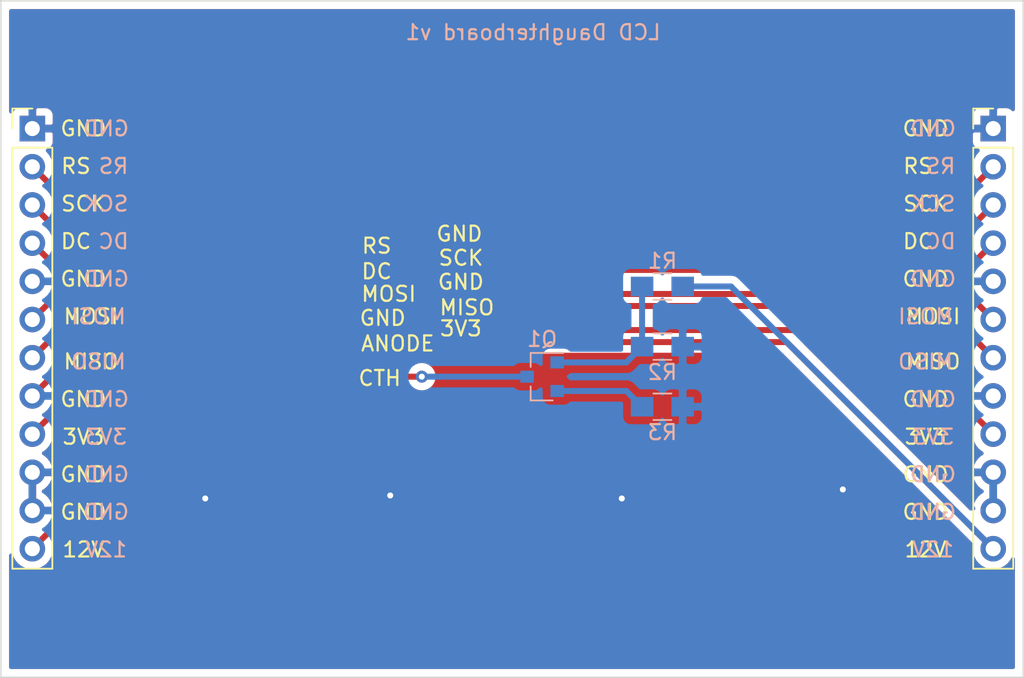
<source format=kicad_pcb>
(kicad_pcb (version 20171130) (host pcbnew "(5.1.0)-1")

  (general
    (thickness 1.6)
    (drawings 64)
    (tracks 48)
    (zones 0)
    (modules 7)
    (nets 16)
  )

  (page A4)
  (layers
    (0 F.Cu signal)
    (31 B.Cu signal hide)
    (32 B.Adhes user)
    (33 F.Adhes user)
    (34 B.Paste user)
    (35 F.Paste user)
    (36 B.SilkS user)
    (37 F.SilkS user)
    (38 B.Mask user)
    (39 F.Mask user)
    (40 Dwgs.User user)
    (41 Cmts.User user)
    (42 Eco1.User user)
    (43 Eco2.User user)
    (44 Edge.Cuts user)
    (45 Margin user)
    (46 B.CrtYd user)
    (47 F.CrtYd user)
    (48 B.Fab user)
    (49 F.Fab user)
  )

  (setup
    (last_trace_width 0.4)
    (trace_clearance 0.2)
    (zone_clearance 0.508)
    (zone_45_only no)
    (trace_min 0.2)
    (via_size 0.8)
    (via_drill 0.4)
    (via_min_size 0.4)
    (via_min_drill 0.3)
    (uvia_size 0.3)
    (uvia_drill 0.1)
    (uvias_allowed no)
    (uvia_min_size 0.2)
    (uvia_min_drill 0.1)
    (edge_width 0.1)
    (segment_width 0.2)
    (pcb_text_width 0.3)
    (pcb_text_size 1.5 1.5)
    (mod_edge_width 0.15)
    (mod_text_size 1 1)
    (mod_text_width 0.15)
    (pad_size 1.524 1.524)
    (pad_drill 0.762)
    (pad_to_mask_clearance 0)
    (aux_axis_origin 0 0)
    (visible_elements 7FFFFF7F)
    (pcbplotparams
      (layerselection 0x010fc_ffffffff)
      (usegerberextensions false)
      (usegerberattributes false)
      (usegerberadvancedattributes false)
      (creategerberjobfile false)
      (excludeedgelayer true)
      (linewidth 0.100000)
      (plotframeref false)
      (viasonmask false)
      (mode 1)
      (useauxorigin false)
      (hpglpennumber 1)
      (hpglpenspeed 20)
      (hpglpendiameter 15.000000)
      (psnegative false)
      (psa4output false)
      (plotreference true)
      (plotvalue true)
      (plotinvisibletext false)
      (padsonsilk false)
      (subtractmaskfromsilk false)
      (outputformat 1)
      (mirror false)
      (drillshape 0)
      (scaleselection 1)
      (outputdirectory "Daughterboard_Gerbers/"))
  )

  (net 0 "")
  (net 1 VCC)
  (net 2 GND)
  (net 3 LCD_MISO)
  (net 4 LCD_MOSI)
  (net 5 LCD_DC)
  (net 6 LCD_SCK)
  (net 7 LCD_RESET)
  (net 8 "Net-(Q1-Pad1)")
  (net 9 "Net-(Q1-Pad2)")
  (net 10 +3V3)
  (net 11 LCD_CATHODE)
  (net 12 "Net-(U1-Pad15)")
  (net 13 "Net-(U1-Pad16)")
  (net 14 "Net-(U1-Pad17)")
  (net 15 "Net-(U1-Pad18)")

  (net_class Default "This is the default net class."
    (clearance 0.2)
    (trace_width 0.4)
    (via_dia 0.8)
    (via_drill 0.4)
    (uvia_dia 0.3)
    (uvia_drill 0.1)
    (add_net +3V3)
    (add_net GND)
    (add_net LCD_CATHODE)
    (add_net LCD_DC)
    (add_net LCD_MISO)
    (add_net LCD_MOSI)
    (add_net LCD_RESET)
    (add_net LCD_SCK)
    (add_net "Net-(Q1-Pad1)")
    (add_net "Net-(Q1-Pad2)")
    (add_net "Net-(U1-Pad15)")
    (add_net "Net-(U1-Pad16)")
    (add_net "Net-(U1-Pad17)")
    (add_net "Net-(U1-Pad18)")
    (add_net VCC)
  )

  (module Pin_Headers:Pin_Header_Straight_1x12_Pitch2.54mm (layer F.Cu) (tedit 59650532) (tstamp 5D582457)
    (at 102.1 108.5)
    (descr "Through hole straight pin header, 1x12, 2.54mm pitch, single row")
    (tags "Through hole pin header THT 1x12 2.54mm single row")
    (path /5D619D80)
    (fp_text reference J1 (at 0 -2.33) (layer F.SilkS) hide
      (effects (font (size 1 1) (thickness 0.15)))
    )
    (fp_text value Conn_01x12 (at 0 30.27) (layer F.Fab) hide
      (effects (font (size 1 1) (thickness 0.15)))
    )
    (fp_text user %R (at 0 13.97 90) (layer F.Fab)
      (effects (font (size 1 1) (thickness 0.15)))
    )
    (fp_line (start 1.8 -1.8) (end -1.8 -1.8) (layer F.CrtYd) (width 0.05))
    (fp_line (start 1.8 29.75) (end 1.8 -1.8) (layer F.CrtYd) (width 0.05))
    (fp_line (start -1.8 29.75) (end 1.8 29.75) (layer F.CrtYd) (width 0.05))
    (fp_line (start -1.8 -1.8) (end -1.8 29.75) (layer F.CrtYd) (width 0.05))
    (fp_line (start -1.33 -1.33) (end 0 -1.33) (layer F.SilkS) (width 0.12))
    (fp_line (start -1.33 0) (end -1.33 -1.33) (layer F.SilkS) (width 0.12))
    (fp_line (start -1.33 1.27) (end 1.33 1.27) (layer F.SilkS) (width 0.12))
    (fp_line (start 1.33 1.27) (end 1.33 29.27) (layer F.SilkS) (width 0.12))
    (fp_line (start -1.33 1.27) (end -1.33 29.27) (layer F.SilkS) (width 0.12))
    (fp_line (start -1.33 29.27) (end 1.33 29.27) (layer F.SilkS) (width 0.12))
    (fp_line (start -1.27 -0.635) (end -0.635 -1.27) (layer F.Fab) (width 0.1))
    (fp_line (start -1.27 29.21) (end -1.27 -0.635) (layer F.Fab) (width 0.1))
    (fp_line (start 1.27 29.21) (end -1.27 29.21) (layer F.Fab) (width 0.1))
    (fp_line (start 1.27 -1.27) (end 1.27 29.21) (layer F.Fab) (width 0.1))
    (fp_line (start -0.635 -1.27) (end 1.27 -1.27) (layer F.Fab) (width 0.1))
    (pad 12 thru_hole oval (at 0 27.94) (size 1.7 1.7) (drill 1) (layers *.Cu *.Mask)
      (net 1 VCC))
    (pad 11 thru_hole oval (at 0 25.4) (size 1.7 1.7) (drill 1) (layers *.Cu *.Mask)
      (net 2 GND))
    (pad 10 thru_hole oval (at 0 22.86) (size 1.7 1.7) (drill 1) (layers *.Cu *.Mask)
      (net 2 GND))
    (pad 9 thru_hole oval (at 0 20.32) (size 1.7 1.7) (drill 1) (layers *.Cu *.Mask)
      (net 10 +3V3))
    (pad 8 thru_hole oval (at 0 17.78) (size 1.7 1.7) (drill 1) (layers *.Cu *.Mask)
      (net 2 GND))
    (pad 7 thru_hole oval (at 0 15.24) (size 1.7 1.7) (drill 1) (layers *.Cu *.Mask)
      (net 3 LCD_MISO))
    (pad 6 thru_hole oval (at 0 12.7) (size 1.7 1.7) (drill 1) (layers *.Cu *.Mask)
      (net 4 LCD_MOSI))
    (pad 5 thru_hole oval (at 0 10.16) (size 1.7 1.7) (drill 1) (layers *.Cu *.Mask)
      (net 2 GND))
    (pad 4 thru_hole oval (at 0 7.62) (size 1.7 1.7) (drill 1) (layers *.Cu *.Mask)
      (net 5 LCD_DC))
    (pad 3 thru_hole oval (at 0 5.08) (size 1.7 1.7) (drill 1) (layers *.Cu *.Mask)
      (net 6 LCD_SCK))
    (pad 2 thru_hole oval (at 0 2.54) (size 1.7 1.7) (drill 1) (layers *.Cu *.Mask)
      (net 7 LCD_RESET))
    (pad 1 thru_hole rect (at 0 0) (size 1.7 1.7) (drill 1) (layers *.Cu *.Mask)
      (net 2 GND))
    (model ${KISYS3DMOD}/Pin_Headers.3dshapes/Pin_Header_Straight_1x12_Pitch2.54mm.wrl
      (at (xyz 0 0 0))
      (scale (xyz 1 1 1))
      (rotate (xyz 0 0 0))
    )
  )

  (module Pin_Headers:Pin_Header_Straight_1x12_Pitch2.54mm (layer F.Cu) (tedit 59650532) (tstamp 5D582238)
    (at 166 108.5)
    (descr "Through hole straight pin header, 1x12, 2.54mm pitch, single row")
    (tags "Through hole pin header THT 1x12 2.54mm single row")
    (path /5D62A1DD)
    (fp_text reference J2 (at 0 -2.33) (layer F.SilkS) hide
      (effects (font (size 1 1) (thickness 0.15)))
    )
    (fp_text value Conn_01x12 (at 0 30.27) (layer F.Fab) hide
      (effects (font (size 1 1) (thickness 0.15)))
    )
    (fp_line (start -0.635 -1.27) (end 1.27 -1.27) (layer F.Fab) (width 0.1))
    (fp_line (start 1.27 -1.27) (end 1.27 29.21) (layer F.Fab) (width 0.1))
    (fp_line (start 1.27 29.21) (end -1.27 29.21) (layer F.Fab) (width 0.1))
    (fp_line (start -1.27 29.21) (end -1.27 -0.635) (layer F.Fab) (width 0.1))
    (fp_line (start -1.27 -0.635) (end -0.635 -1.27) (layer F.Fab) (width 0.1))
    (fp_line (start -1.33 29.27) (end 1.33 29.27) (layer F.SilkS) (width 0.12))
    (fp_line (start -1.33 1.27) (end -1.33 29.27) (layer F.SilkS) (width 0.12))
    (fp_line (start 1.33 1.27) (end 1.33 29.27) (layer F.SilkS) (width 0.12))
    (fp_line (start -1.33 1.27) (end 1.33 1.27) (layer F.SilkS) (width 0.12))
    (fp_line (start -1.33 0) (end -1.33 -1.33) (layer F.SilkS) (width 0.12))
    (fp_line (start -1.33 -1.33) (end 0 -1.33) (layer F.SilkS) (width 0.12))
    (fp_line (start -1.8 -1.8) (end -1.8 29.75) (layer F.CrtYd) (width 0.05))
    (fp_line (start -1.8 29.75) (end 1.8 29.75) (layer F.CrtYd) (width 0.05))
    (fp_line (start 1.8 29.75) (end 1.8 -1.8) (layer F.CrtYd) (width 0.05))
    (fp_line (start 1.8 -1.8) (end -1.8 -1.8) (layer F.CrtYd) (width 0.05))
    (fp_text user %R (at 0 13.97 90) (layer F.Fab)
      (effects (font (size 1 1) (thickness 0.15)))
    )
    (pad 1 thru_hole rect (at 0 0) (size 1.7 1.7) (drill 1) (layers *.Cu *.Mask)
      (net 2 GND))
    (pad 2 thru_hole oval (at 0 2.54) (size 1.7 1.7) (drill 1) (layers *.Cu *.Mask)
      (net 7 LCD_RESET))
    (pad 3 thru_hole oval (at 0 5.08) (size 1.7 1.7) (drill 1) (layers *.Cu *.Mask)
      (net 6 LCD_SCK))
    (pad 4 thru_hole oval (at 0 7.62) (size 1.7 1.7) (drill 1) (layers *.Cu *.Mask)
      (net 5 LCD_DC))
    (pad 5 thru_hole oval (at 0 10.16) (size 1.7 1.7) (drill 1) (layers *.Cu *.Mask)
      (net 2 GND))
    (pad 6 thru_hole oval (at 0 12.7) (size 1.7 1.7) (drill 1) (layers *.Cu *.Mask)
      (net 4 LCD_MOSI))
    (pad 7 thru_hole oval (at 0 15.24) (size 1.7 1.7) (drill 1) (layers *.Cu *.Mask)
      (net 3 LCD_MISO))
    (pad 8 thru_hole oval (at 0 17.78) (size 1.7 1.7) (drill 1) (layers *.Cu *.Mask)
      (net 2 GND))
    (pad 9 thru_hole oval (at 0 20.32) (size 1.7 1.7) (drill 1) (layers *.Cu *.Mask)
      (net 10 +3V3))
    (pad 10 thru_hole oval (at 0 22.86) (size 1.7 1.7) (drill 1) (layers *.Cu *.Mask)
      (net 2 GND))
    (pad 11 thru_hole oval (at 0 25.4) (size 1.7 1.7) (drill 1) (layers *.Cu *.Mask)
      (net 2 GND))
    (pad 12 thru_hole oval (at 0 27.94) (size 1.7 1.7) (drill 1) (layers *.Cu *.Mask)
      (net 1 VCC))
    (model ${KISYS3DMOD}/Pin_Headers.3dshapes/Pin_Header_Straight_1x12_Pitch2.54mm.wrl
      (at (xyz 0 0 0))
      (scale (xyz 1 1 1))
      (rotate (xyz 0 0 0))
    )
  )

  (module Resistors_SMD:R_0805_HandSoldering (layer B.Cu) (tedit 58E0A804) (tstamp 5D581F55)
    (at 144 119 180)
    (descr "Resistor SMD 0805, hand soldering")
    (tags "resistor 0805")
    (path /5D608C70)
    (attr smd)
    (fp_text reference R1 (at 0 1.7 180) (layer B.SilkS)
      (effects (font (size 1 1) (thickness 0.15)) (justify mirror))
    )
    (fp_text value 220 (at 0 -1.75 180) (layer B.Fab)
      (effects (font (size 1 1) (thickness 0.15)) (justify mirror))
    )
    (fp_text user %R (at 0 0 180) (layer B.Fab)
      (effects (font (size 0.5 0.5) (thickness 0.075)) (justify mirror))
    )
    (fp_line (start -1 -0.62) (end -1 0.62) (layer B.Fab) (width 0.1))
    (fp_line (start 1 -0.62) (end -1 -0.62) (layer B.Fab) (width 0.1))
    (fp_line (start 1 0.62) (end 1 -0.62) (layer B.Fab) (width 0.1))
    (fp_line (start -1 0.62) (end 1 0.62) (layer B.Fab) (width 0.1))
    (fp_line (start 0.6 -0.88) (end -0.6 -0.88) (layer B.SilkS) (width 0.12))
    (fp_line (start -0.6 0.88) (end 0.6 0.88) (layer B.SilkS) (width 0.12))
    (fp_line (start -2.35 0.9) (end 2.35 0.9) (layer B.CrtYd) (width 0.05))
    (fp_line (start -2.35 0.9) (end -2.35 -0.9) (layer B.CrtYd) (width 0.05))
    (fp_line (start 2.35 -0.9) (end 2.35 0.9) (layer B.CrtYd) (width 0.05))
    (fp_line (start 2.35 -0.9) (end -2.35 -0.9) (layer B.CrtYd) (width 0.05))
    (pad 1 smd rect (at -1.35 0 180) (size 1.5 1.3) (layers B.Cu B.Paste B.Mask)
      (net 1 VCC))
    (pad 2 smd rect (at 1.35 0 180) (size 1.5 1.3) (layers B.Cu B.Paste B.Mask)
      (net 8 "Net-(Q1-Pad1)"))
    (model ${KISYS3DMOD}/Resistors_SMD.3dshapes/R_0805.wrl
      (at (xyz 0 0 0))
      (scale (xyz 1 1 1))
      (rotate (xyz 0 0 0))
    )
  )

  (module Resistors_SMD:R_0805_HandSoldering (layer B.Cu) (tedit 58E0A804) (tstamp 5D5826F1)
    (at 144 123)
    (descr "Resistor SMD 0805, hand soldering")
    (tags "resistor 0805")
    (path /5D6D66DC)
    (attr smd)
    (fp_text reference R2 (at 0 1.7) (layer B.SilkS)
      (effects (font (size 1 1) (thickness 0.15)) (justify mirror))
    )
    (fp_text value 1k (at 0 -1.75) (layer B.Fab)
      (effects (font (size 1 1) (thickness 0.15)) (justify mirror))
    )
    (fp_line (start 2.35 -0.9) (end -2.35 -0.9) (layer B.CrtYd) (width 0.05))
    (fp_line (start 2.35 -0.9) (end 2.35 0.9) (layer B.CrtYd) (width 0.05))
    (fp_line (start -2.35 0.9) (end -2.35 -0.9) (layer B.CrtYd) (width 0.05))
    (fp_line (start -2.35 0.9) (end 2.35 0.9) (layer B.CrtYd) (width 0.05))
    (fp_line (start -0.6 0.88) (end 0.6 0.88) (layer B.SilkS) (width 0.12))
    (fp_line (start 0.6 -0.88) (end -0.6 -0.88) (layer B.SilkS) (width 0.12))
    (fp_line (start -1 0.62) (end 1 0.62) (layer B.Fab) (width 0.1))
    (fp_line (start 1 0.62) (end 1 -0.62) (layer B.Fab) (width 0.1))
    (fp_line (start 1 -0.62) (end -1 -0.62) (layer B.Fab) (width 0.1))
    (fp_line (start -1 -0.62) (end -1 0.62) (layer B.Fab) (width 0.1))
    (fp_text user %R (at 0 0) (layer B.Fab)
      (effects (font (size 0.5 0.5) (thickness 0.075)) (justify mirror))
    )
    (pad 2 smd rect (at 1.35 0) (size 1.5 1.3) (layers B.Cu B.Paste B.Mask)
      (net 2 GND))
    (pad 1 smd rect (at -1.35 0) (size 1.5 1.3) (layers B.Cu B.Paste B.Mask)
      (net 8 "Net-(Q1-Pad1)"))
    (model ${KISYS3DMOD}/Resistors_SMD.3dshapes/R_0805.wrl
      (at (xyz 0 0 0))
      (scale (xyz 1 1 1))
      (rotate (xyz 0 0 0))
    )
  )

  (module Resistors_SMD:R_0805_HandSoldering (layer B.Cu) (tedit 58E0A804) (tstamp 5D58267F)
    (at 144 127)
    (descr "Resistor SMD 0805, hand soldering")
    (tags "resistor 0805")
    (path /5D5898A7)
    (attr smd)
    (fp_text reference R3 (at 0 1.7) (layer B.SilkS)
      (effects (font (size 1 1) (thickness 0.15)) (justify mirror))
    )
    (fp_text value 100 (at 0 -1.75) (layer B.Fab)
      (effects (font (size 1 1) (thickness 0.15)) (justify mirror))
    )
    (fp_line (start 2.35 -0.9) (end -2.35 -0.9) (layer B.CrtYd) (width 0.05))
    (fp_line (start 2.35 -0.9) (end 2.35 0.9) (layer B.CrtYd) (width 0.05))
    (fp_line (start -2.35 0.9) (end -2.35 -0.9) (layer B.CrtYd) (width 0.05))
    (fp_line (start -2.35 0.9) (end 2.35 0.9) (layer B.CrtYd) (width 0.05))
    (fp_line (start -0.6 0.88) (end 0.6 0.88) (layer B.SilkS) (width 0.12))
    (fp_line (start 0.6 -0.88) (end -0.6 -0.88) (layer B.SilkS) (width 0.12))
    (fp_line (start -1 0.62) (end 1 0.62) (layer B.Fab) (width 0.1))
    (fp_line (start 1 0.62) (end 1 -0.62) (layer B.Fab) (width 0.1))
    (fp_line (start 1 -0.62) (end -1 -0.62) (layer B.Fab) (width 0.1))
    (fp_line (start -1 -0.62) (end -1 0.62) (layer B.Fab) (width 0.1))
    (fp_text user %R (at 0 0) (layer B.Fab)
      (effects (font (size 0.5 0.5) (thickness 0.075)) (justify mirror))
    )
    (pad 2 smd rect (at 1.35 0) (size 1.5 1.3) (layers B.Cu B.Paste B.Mask)
      (net 2 GND))
    (pad 1 smd rect (at -1.35 0) (size 1.5 1.3) (layers B.Cu B.Paste B.Mask)
      (net 9 "Net-(Q1-Pad2)"))
    (model ${KISYS3DMOD}/Resistors_SMD.3dshapes/R_0805.wrl
      (at (xyz 0 0 0))
      (scale (xyz 1 1 1))
      (rotate (xyz 0 0 0))
    )
  )

  (module Custom_Footprints:18x0.8mmLCDConnector (layer F.Cu) (tedit 5D374072) (tstamp 5D581F8D)
    (at 121.5 115.5 270)
    (path /5D606840)
    (fp_text reference U1 (at 15.2 -0.1) (layer F.SilkS) hide
      (effects (font (size 1 1) (thickness 0.15)))
    )
    (fp_text value ILI9341_SPI_Bare (at 7.1 2.9 270) (layer F.Fab)
      (effects (font (size 1 1) (thickness 0.15)))
    )
    (pad 1 smd rect (at 0 0 270) (size 0.4 3) (layers F.Cu F.Paste F.Mask)
      (net 2 GND))
    (pad 2 smd rect (at 0.8 0 270) (size 0.4 3) (layers F.Cu F.Paste F.Mask)
      (net 7 LCD_RESET))
    (pad 3 smd rect (at 1.6 0 270) (size 0.4 3) (layers F.Cu F.Paste F.Mask)
      (net 6 LCD_SCK))
    (pad 4 smd rect (at 2.4 0 270) (size 0.4 3) (layers F.Cu F.Paste F.Mask)
      (net 5 LCD_DC))
    (pad 5 smd rect (at 3.2 0 270) (size 0.4 3) (layers F.Cu F.Paste F.Mask)
      (net 2 GND))
    (pad 6 smd rect (at 4 0 270) (size 0.4 3) (layers F.Cu F.Paste F.Mask)
      (net 4 LCD_MOSI))
    (pad 7 smd rect (at 4.8 0 270) (size 0.4 3) (layers F.Cu F.Paste F.Mask)
      (net 3 LCD_MISO))
    (pad 8 smd rect (at 5.6 0 270) (size 0.4 3) (layers F.Cu F.Paste F.Mask)
      (net 2 GND))
    (pad 9 smd rect (at 6.4 0 270) (size 0.4 3) (layers F.Cu F.Paste F.Mask)
      (net 10 +3V3))
    (pad 10 smd rect (at 7.2 0 270) (size 0.4 3) (layers F.Cu F.Paste F.Mask)
      (net 1 VCC))
    (pad 11 smd rect (at 8 0 270) (size 0.4 3) (layers F.Cu F.Paste F.Mask)
      (net 11 LCD_CATHODE))
    (pad 12 smd rect (at 8.8 0 270) (size 0.4 3) (layers F.Cu F.Paste F.Mask)
      (net 11 LCD_CATHODE))
    (pad 13 smd rect (at 9.6 0 270) (size 0.4 3) (layers F.Cu F.Paste F.Mask)
      (net 11 LCD_CATHODE))
    (pad 14 smd rect (at 10.4 0 270) (size 0.4 3) (layers F.Cu F.Paste F.Mask)
      (net 11 LCD_CATHODE))
    (pad 15 smd rect (at 11.2 0 270) (size 0.4 3) (layers F.Cu F.Paste F.Mask)
      (net 12 "Net-(U1-Pad15)"))
    (pad 16 smd rect (at 12 0 270) (size 0.4 3) (layers F.Cu F.Paste F.Mask)
      (net 13 "Net-(U1-Pad16)"))
    (pad 17 smd rect (at 12.8 0 270) (size 0.4 3) (layers F.Cu F.Paste F.Mask)
      (net 14 "Net-(U1-Pad17)"))
    (pad 18 smd rect (at 13.6 0 270) (size 0.4 3) (layers F.Cu F.Paste F.Mask)
      (net 15 "Net-(U1-Pad18)"))
  )

  (module TO_SOT_Packages_SMD:SOT-23 (layer B.Cu) (tedit 58CE4E7E) (tstamp 5D581EC4)
    (at 136 125 180)
    (descr "SOT-23, Standard")
    (tags SOT-23)
    (path /5D62D429)
    (attr smd)
    (fp_text reference Q1 (at 0 2.5 180) (layer B.SilkS)
      (effects (font (size 1 1) (thickness 0.15)) (justify mirror))
    )
    (fp_text value MMBT3904 (at 0 -2.5 180) (layer B.Fab)
      (effects (font (size 1 1) (thickness 0.15)) (justify mirror))
    )
    (fp_line (start 0.76 -1.58) (end -0.7 -1.58) (layer B.SilkS) (width 0.12))
    (fp_line (start 0.76 1.58) (end -1.4 1.58) (layer B.SilkS) (width 0.12))
    (fp_line (start -1.7 -1.75) (end -1.7 1.75) (layer B.CrtYd) (width 0.05))
    (fp_line (start 1.7 -1.75) (end -1.7 -1.75) (layer B.CrtYd) (width 0.05))
    (fp_line (start 1.7 1.75) (end 1.7 -1.75) (layer B.CrtYd) (width 0.05))
    (fp_line (start -1.7 1.75) (end 1.7 1.75) (layer B.CrtYd) (width 0.05))
    (fp_line (start 0.76 1.58) (end 0.76 0.65) (layer B.SilkS) (width 0.12))
    (fp_line (start 0.76 -1.58) (end 0.76 -0.65) (layer B.SilkS) (width 0.12))
    (fp_line (start -0.7 -1.52) (end 0.7 -1.52) (layer B.Fab) (width 0.1))
    (fp_line (start 0.7 1.52) (end 0.7 -1.52) (layer B.Fab) (width 0.1))
    (fp_line (start -0.7 0.95) (end -0.15 1.52) (layer B.Fab) (width 0.1))
    (fp_line (start -0.15 1.52) (end 0.7 1.52) (layer B.Fab) (width 0.1))
    (fp_line (start -0.7 0.95) (end -0.7 -1.5) (layer B.Fab) (width 0.1))
    (fp_text user %R (at 0 0 90) (layer B.Fab)
      (effects (font (size 0.5 0.5) (thickness 0.075)) (justify mirror))
    )
    (pad 3 smd rect (at 1 0 180) (size 0.9 0.8) (layers B.Cu B.Paste B.Mask)
      (net 11 LCD_CATHODE))
    (pad 2 smd rect (at -1 -0.95 180) (size 0.9 0.8) (layers B.Cu B.Paste B.Mask)
      (net 9 "Net-(Q1-Pad2)"))
    (pad 1 smd rect (at -1 0.95 180) (size 0.9 0.8) (layers B.Cu B.Paste B.Mask)
      (net 8 "Net-(Q1-Pad1)"))
    (model ${KISYS3DMOD}/TO_SOT_Packages_SMD.3dshapes/SOT-23.wrl
      (at (xyz 0 0 0))
      (scale (xyz 1 1 1))
      (rotate (xyz 0 0 0))
    )
  )

  (gr_text "LCD Daughterboard v1" (at 135.4 102.1) (layer B.SilkS)
    (effects (font (size 1 1) (thickness 0.15)) (justify mirror))
  )
  (gr_text CTH (at 125.2 125.1) (layer F.SilkS) (tstamp 5D582A4C)
    (effects (font (size 1 1) (thickness 0.15)))
  )
  (gr_text SCK (at 130.6 117.1) (layer F.SilkS) (tstamp 5D582985)
    (effects (font (size 1 1) (thickness 0.15)))
  )
  (gr_text RS (at 125 116.3) (layer F.SilkS) (tstamp 5D582984)
    (effects (font (size 1 1) (thickness 0.15)))
  )
  (gr_text GND (at 130.5 115.5) (layer F.SilkS) (tstamp 5D582983)
    (effects (font (size 1 1) (thickness 0.15)))
  )
  (gr_text ANODE (at 126.4 122.8) (layer F.SilkS) (tstamp 5D582982)
    (effects (font (size 1 1) (thickness 0.15)))
  )
  (gr_text MOSI (at 125.8 119.5) (layer F.SilkS) (tstamp 5D582980)
    (effects (font (size 1 1) (thickness 0.15)))
  )
  (gr_text GND (at 125.4 121.1) (layer F.SilkS) (tstamp 5D58297F)
    (effects (font (size 1 1) (thickness 0.15)))
  )
  (gr_text MISO (at 131 120.4) (layer F.SilkS) (tstamp 5D58297E)
    (effects (font (size 1 1) (thickness 0.15)))
  )
  (gr_text GND (at 130.6 118.7) (layer F.SilkS) (tstamp 5D58297D)
    (effects (font (size 1 1) (thickness 0.15)))
  )
  (gr_text DC (at 125 118) (layer F.SilkS) (tstamp 5D58297C)
    (effects (font (size 1 1) (thickness 0.15)))
  )
  (gr_text 3V3 (at 130.6 121.8) (layer F.SilkS) (tstamp 5D58297B)
    (effects (font (size 1 1) (thickness 0.15)))
  )
  (gr_text 3V3 (at 162 129) (layer B.SilkS) (tstamp 5D58296E)
    (effects (font (size 1 1) (thickness 0.15)) (justify mirror))
  )
  (gr_text GND (at 162 126.5) (layer B.SilkS) (tstamp 5D58296D)
    (effects (font (size 1 1) (thickness 0.15)) (justify mirror))
  )
  (gr_text GND (at 162 131.5) (layer B.SilkS) (tstamp 5D58296C)
    (effects (font (size 1 1) (thickness 0.15)) (justify mirror))
  )
  (gr_text MISO (at 161.5 124) (layer B.SilkS) (tstamp 5D58296B)
    (effects (font (size 1 1) (thickness 0.15)) (justify mirror))
  )
  (gr_text MOSI (at 161.5 121) (layer B.SilkS) (tstamp 5D58296A)
    (effects (font (size 1 1) (thickness 0.15)) (justify mirror))
  )
  (gr_text 12V (at 162 136.5) (layer B.SilkS) (tstamp 5D582969)
    (effects (font (size 1 1) (thickness 0.15)) (justify mirror))
  )
  (gr_text RS (at 162.5 111) (layer B.SilkS) (tstamp 5D582968)
    (effects (font (size 1 1) (thickness 0.15)) (justify mirror))
  )
  (gr_text GND (at 162 118.5) (layer B.SilkS) (tstamp 5D582967)
    (effects (font (size 1 1) (thickness 0.15)) (justify mirror))
  )
  (gr_text GND (at 162 134) (layer B.SilkS) (tstamp 5D582966)
    (effects (font (size 1 1) (thickness 0.15)) (justify mirror))
  )
  (gr_text SCK (at 162 113.5) (layer B.SilkS) (tstamp 5D582965)
    (effects (font (size 1 1) (thickness 0.15)) (justify mirror))
  )
  (gr_text GND (at 162 108.5) (layer B.SilkS) (tstamp 5D582964)
    (effects (font (size 1 1) (thickness 0.15)) (justify mirror))
  )
  (gr_text DC (at 162.5 116) (layer B.SilkS) (tstamp 5D582963)
    (effects (font (size 1 1) (thickness 0.15)) (justify mirror))
  )
  (gr_text GND (at 107 118.5) (layer B.SilkS) (tstamp 5D582809)
    (effects (font (size 1 1) (thickness 0.15)) (justify mirror))
  )
  (gr_text DC (at 107.5 116) (layer B.SilkS) (tstamp 5D582808)
    (effects (font (size 1 1) (thickness 0.15)) (justify mirror))
  )
  (gr_text 3V3 (at 107 129) (layer B.SilkS) (tstamp 5D582807)
    (effects (font (size 1 1) (thickness 0.15)) (justify mirror))
  )
  (gr_text 12V (at 107 136.5) (layer B.SilkS) (tstamp 5D582806)
    (effects (font (size 1 1) (thickness 0.15)) (justify mirror))
  )
  (gr_text GND (at 107 134) (layer B.SilkS) (tstamp 5D582805)
    (effects (font (size 1 1) (thickness 0.15)) (justify mirror))
  )
  (gr_text MOSI (at 106.5 121) (layer B.SilkS) (tstamp 5D582804)
    (effects (font (size 1 1) (thickness 0.15)) (justify mirror))
  )
  (gr_text GND (at 107 126.5) (layer B.SilkS) (tstamp 5D582803)
    (effects (font (size 1 1) (thickness 0.15)) (justify mirror))
  )
  (gr_text MISO (at 106.5 124) (layer B.SilkS) (tstamp 5D582802)
    (effects (font (size 1 1) (thickness 0.15)) (justify mirror))
  )
  (gr_text GND (at 107 108.5) (layer B.SilkS) (tstamp 5D582801)
    (effects (font (size 1 1) (thickness 0.15)) (justify mirror))
  )
  (gr_text SCK (at 107 113.5) (layer B.SilkS) (tstamp 5D582800)
    (effects (font (size 1 1) (thickness 0.15)) (justify mirror))
  )
  (gr_text GND (at 107 131.5) (layer B.SilkS) (tstamp 5D5827FF)
    (effects (font (size 1 1) (thickness 0.15)) (justify mirror))
  )
  (gr_text RS (at 107.5 111) (layer B.SilkS) (tstamp 5D5827FE)
    (effects (font (size 1 1) (thickness 0.15)) (justify mirror))
  )
  (gr_text SCK (at 161.5 113.5) (layer F.SilkS) (tstamp 5D5827F1)
    (effects (font (size 1 1) (thickness 0.15)))
  )
  (gr_text RS (at 161 111) (layer F.SilkS) (tstamp 5D5827F0)
    (effects (font (size 1 1) (thickness 0.15)))
  )
  (gr_text GND (at 161.5 108.5) (layer F.SilkS) (tstamp 5D5827EF)
    (effects (font (size 1 1) (thickness 0.15)))
  )
  (gr_text GND (at 161.5 131.5) (layer F.SilkS) (tstamp 5D5827EE)
    (effects (font (size 1 1) (thickness 0.15)))
  )
  (gr_text GND (at 161.5 134) (layer F.SilkS) (tstamp 5D5827ED)
    (effects (font (size 1 1) (thickness 0.15)))
  )
  (gr_text MOSI (at 162 121) (layer F.SilkS) (tstamp 5D5827EC)
    (effects (font (size 1 1) (thickness 0.15)))
  )
  (gr_text GND (at 161.5 126.5) (layer F.SilkS) (tstamp 5D5827EB)
    (effects (font (size 1 1) (thickness 0.15)))
  )
  (gr_text MISO (at 162 124) (layer F.SilkS) (tstamp 5D5827EA)
    (effects (font (size 1 1) (thickness 0.15)))
  )
  (gr_text GND (at 161.5 118.5) (layer F.SilkS) (tstamp 5D5827E9)
    (effects (font (size 1 1) (thickness 0.15)))
  )
  (gr_text 12V (at 161.5 136.5) (layer F.SilkS) (tstamp 5D5827E8)
    (effects (font (size 1 1) (thickness 0.15)))
  )
  (gr_text DC (at 161 116) (layer F.SilkS) (tstamp 5D5827E7)
    (effects (font (size 1 1) (thickness 0.15)))
  )
  (gr_text 3V3 (at 161.5 129) (layer F.SilkS) (tstamp 5D5827E6)
    (effects (font (size 1 1) (thickness 0.15)))
  )
  (gr_text 12V (at 105.5 136.5) (layer F.SilkS) (tstamp 5D5827D3)
    (effects (font (size 1 1) (thickness 0.15)))
  )
  (gr_text DC (at 105 116) (layer F.SilkS) (tstamp 5D5827BD)
    (effects (font (size 1 1) (thickness 0.15)))
  )
  (gr_text GND (at 105.5 134) (layer F.SilkS) (tstamp 5D5827BB)
    (effects (font (size 1 1) (thickness 0.15)))
  )
  (gr_text GND (at 105.5 131.5) (layer F.SilkS) (tstamp 5D5827B8)
    (effects (font (size 1 1) (thickness 0.15)))
  )
  (gr_text 3V3 (at 105.5 129) (layer F.SilkS) (tstamp 5D5827B6)
    (effects (font (size 1 1) (thickness 0.15)))
  )
  (gr_text GND (at 105.5 126.5) (layer F.SilkS) (tstamp 5D5827B4)
    (effects (font (size 1 1) (thickness 0.15)))
  )
  (gr_text MISO (at 106 124) (layer F.SilkS) (tstamp 5D5827B2)
    (effects (font (size 1 1) (thickness 0.15)))
  )
  (gr_text MOSI (at 106 121) (layer F.SilkS) (tstamp 5D5827B0)
    (effects (font (size 1 1) (thickness 0.15)))
  )
  (gr_text GND (at 105.5 118.5) (layer F.SilkS) (tstamp 5D5827AE)
    (effects (font (size 1 1) (thickness 0.15)))
  )
  (gr_text SCK (at 105.5 113.5) (layer F.SilkS) (tstamp 5D5827A4)
    (effects (font (size 1 1) (thickness 0.15)))
  )
  (gr_text RS (at 105 111) (layer F.SilkS) (tstamp 5D5827A1)
    (effects (font (size 1 1) (thickness 0.15)))
  )
  (gr_text GND (at 105.5 108.5) (layer F.SilkS)
    (effects (font (size 1 1) (thickness 0.15)))
  )
  (gr_line (start 168 100) (end 168 145) (layer Edge.Cuts) (width 0.1) (tstamp 5D581DF5))
  (gr_line (start 100 145) (end 168 145) (layer Edge.Cuts) (width 0.1) (tstamp 5D581DAB))
  (gr_line (start 100 100) (end 100 145) (layer Edge.Cuts) (width 0.1))
  (gr_line (start 100 100) (end 168 100) (layer Edge.Cuts) (width 0.1))

  (via (at 113.6 133.1) (size 0.8) (drill 0.4) (layers F.Cu B.Cu) (net 2))
  (via (at 156 132.5) (size 0.8) (drill 0.4) (layers F.Cu B.Cu) (net 2))
  (segment (start 115.84 122.7) (end 121.5 122.7) (width 0.4) (layer F.Cu) (net 1))
  (segment (start 102.1 136.44) (end 115.84 122.7) (width 0.4) (layer F.Cu) (net 1))
  (segment (start 148.56 119) (end 166 136.44) (width 0.4) (layer B.Cu) (net 1))
  (segment (start 145.35 119) (end 148.56 119) (width 0.4) (layer B.Cu) (net 1))
  (segment (start 152.26 122.7) (end 166 136.44) (width 0.4) (layer F.Cu) (net 1))
  (segment (start 121.5 122.7) (end 152.26 122.7) (width 0.4) (layer F.Cu) (net 1))
  (segment (start 107.28 121.1) (end 102.1 126.28) (width 0.4) (layer F.Cu) (net 2))
  (segment (start 121.5 121.1) (end 107.28 121.1) (width 0.4) (layer F.Cu) (net 2))
  (segment (start 121.46 118.66) (end 121.5 118.7) (width 0.4) (layer F.Cu) (net 2))
  (segment (start 102.1 118.66) (end 121.46 118.66) (width 0.4) (layer F.Cu) (net 2))
  (via (at 141.3 133.1) (size 0.8) (drill 0.4) (layers F.Cu B.Cu) (net 2))
  (via (at 125.9 132.9) (size 0.8) (drill 0.4) (layers F.Cu B.Cu) (net 2))
  (segment (start 105.54 120.3) (end 121.5 120.3) (width 0.4) (layer F.Cu) (net 3))
  (segment (start 102.1 123.74) (end 105.54 120.3) (width 0.4) (layer F.Cu) (net 3))
  (segment (start 162.56 120.3) (end 166 123.74) (width 0.4) (layer F.Cu) (net 3))
  (segment (start 121.5 120.3) (end 162.56 120.3) (width 0.4) (layer F.Cu) (net 3))
  (segment (start 103.8 119.5) (end 121.5 119.5) (width 0.4) (layer F.Cu) (net 4))
  (segment (start 102.1 121.2) (end 103.8 119.5) (width 0.4) (layer F.Cu) (net 4))
  (segment (start 164.3 119.5) (end 166 121.2) (width 0.4) (layer F.Cu) (net 4))
  (segment (start 121.5 119.5) (end 164.3 119.5) (width 0.4) (layer F.Cu) (net 4))
  (segment (start 103.88 117.9) (end 121.5 117.9) (width 0.4) (layer F.Cu) (net 5))
  (segment (start 102.1 116.12) (end 103.88 117.9) (width 0.4) (layer F.Cu) (net 5))
  (segment (start 164.22 117.9) (end 166 116.12) (width 0.4) (layer F.Cu) (net 5))
  (segment (start 121.5 117.9) (end 164.22 117.9) (width 0.4) (layer F.Cu) (net 5))
  (segment (start 105.62 117.1) (end 102.1 113.58) (width 0.4) (layer F.Cu) (net 6))
  (segment (start 121.5 117.1) (end 105.62 117.1) (width 0.4) (layer F.Cu) (net 6))
  (segment (start 162.48 117.1) (end 166 113.58) (width 0.4) (layer F.Cu) (net 6))
  (segment (start 121.5 117.1) (end 162.48 117.1) (width 0.4) (layer F.Cu) (net 6))
  (segment (start 107.36 116.3) (end 121.5 116.3) (width 0.4) (layer F.Cu) (net 7))
  (segment (start 102.1 111.04) (end 107.36 116.3) (width 0.4) (layer F.Cu) (net 7))
  (segment (start 160.74 116.3) (end 166 111.04) (width 0.4) (layer F.Cu) (net 7))
  (segment (start 121.5 116.3) (end 160.74 116.3) (width 0.4) (layer F.Cu) (net 7))
  (segment (start 141.6 124.05) (end 142.65 123) (width 0.4) (layer B.Cu) (net 8))
  (segment (start 137 124.05) (end 141.6 124.05) (width 0.4) (layer B.Cu) (net 8))
  (segment (start 142.65 119) (end 142.65 123) (width 0.4) (layer B.Cu) (net 8))
  (segment (start 141.6 125.95) (end 142.65 127) (width 0.4) (layer B.Cu) (net 9))
  (segment (start 137 125.95) (end 141.6 125.95) (width 0.4) (layer B.Cu) (net 9))
  (segment (start 109.02 121.9) (end 102.1 128.82) (width 0.4) (layer F.Cu) (net 10))
  (segment (start 121.5 121.9) (end 109.02 121.9) (width 0.4) (layer F.Cu) (net 10))
  (segment (start 159.08 121.9) (end 166 128.82) (width 0.4) (layer F.Cu) (net 10))
  (segment (start 121.5 121.9) (end 159.08 121.9) (width 0.4) (layer F.Cu) (net 10))
  (segment (start 121.5 125.9) (end 121.5 123.5) (width 0.4) (layer F.Cu) (net 11))
  (via (at 128 125) (size 0.8) (drill 0.4) (layers F.Cu B.Cu) (net 11))
  (segment (start 135 125) (end 128 125) (width 0.4) (layer B.Cu) (net 11))
  (segment (start 121.6 125) (end 121.5 125.1) (width 0.4) (layer F.Cu) (net 11))
  (segment (start 128 125) (end 121.6 125) (width 0.4) (layer F.Cu) (net 11))

  (zone (net 2) (net_name GND) (layer F.Cu) (tstamp 5D582BB1) (hatch edge 0.508)
    (connect_pads (clearance 0.508))
    (min_thickness 0.254)
    (fill yes (arc_segments 32) (thermal_gap 0.508) (thermal_bridge_width 0.508))
    (polygon
      (pts
        (xy 100 100) (xy 168 100) (xy 168 145) (xy 100 145)
      )
    )
    (filled_polygon
      (pts
        (xy 119.361928 123.7) (xy 119.374188 123.824482) (xy 119.397096 123.9) (xy 119.374188 123.975518) (xy 119.361928 124.1)
        (xy 119.361928 124.5) (xy 119.374188 124.624482) (xy 119.397096 124.7) (xy 119.374188 124.775518) (xy 119.361928 124.9)
        (xy 119.361928 125.3) (xy 119.374188 125.424482) (xy 119.397096 125.5) (xy 119.374188 125.575518) (xy 119.361928 125.7)
        (xy 119.361928 126.1) (xy 119.374188 126.224482) (xy 119.397096 126.3) (xy 119.374188 126.375518) (xy 119.361928 126.5)
        (xy 119.361928 126.9) (xy 119.374188 127.024482) (xy 119.397096 127.1) (xy 119.374188 127.175518) (xy 119.361928 127.3)
        (xy 119.361928 127.7) (xy 119.374188 127.824482) (xy 119.397096 127.9) (xy 119.374188 127.975518) (xy 119.361928 128.1)
        (xy 119.361928 128.5) (xy 119.374188 128.624482) (xy 119.397096 128.7) (xy 119.374188 128.775518) (xy 119.361928 128.9)
        (xy 119.361928 129.3) (xy 119.374188 129.424482) (xy 119.410498 129.54418) (xy 119.469463 129.654494) (xy 119.548815 129.751185)
        (xy 119.645506 129.830537) (xy 119.75582 129.889502) (xy 119.875518 129.925812) (xy 120 129.938072) (xy 123 129.938072)
        (xy 123.124482 129.925812) (xy 123.24418 129.889502) (xy 123.354494 129.830537) (xy 123.451185 129.751185) (xy 123.530537 129.654494)
        (xy 123.589502 129.54418) (xy 123.625812 129.424482) (xy 123.638072 129.3) (xy 123.638072 128.9) (xy 123.625812 128.775518)
        (xy 123.602904 128.7) (xy 123.625812 128.624482) (xy 123.638072 128.5) (xy 123.638072 128.1) (xy 123.625812 127.975518)
        (xy 123.602904 127.9) (xy 123.625812 127.824482) (xy 123.638072 127.7) (xy 123.638072 127.3) (xy 123.625812 127.175518)
        (xy 123.602904 127.1) (xy 123.625812 127.024482) (xy 123.638072 126.9) (xy 123.638072 126.5) (xy 123.625812 126.375518)
        (xy 123.602904 126.3) (xy 123.625812 126.224482) (xy 123.638072 126.1) (xy 123.638072 125.835) (xy 127.386715 125.835)
        (xy 127.509744 125.917205) (xy 127.698102 125.995226) (xy 127.898061 126.035) (xy 128.101939 126.035) (xy 128.301898 125.995226)
        (xy 128.490256 125.917205) (xy 128.659774 125.803937) (xy 128.803937 125.659774) (xy 128.917205 125.490256) (xy 128.995226 125.301898)
        (xy 129.035 125.101939) (xy 129.035 124.898061) (xy 128.995226 124.698102) (xy 128.917205 124.509744) (xy 128.803937 124.340226)
        (xy 128.659774 124.196063) (xy 128.490256 124.082795) (xy 128.301898 124.004774) (xy 128.101939 123.965) (xy 127.898061 123.965)
        (xy 127.698102 124.004774) (xy 127.509744 124.082795) (xy 127.386715 124.165) (xy 123.638072 124.165) (xy 123.638072 124.1)
        (xy 123.625812 123.975518) (xy 123.602904 123.9) (xy 123.625812 123.824482) (xy 123.638072 123.7) (xy 123.638072 123.535)
        (xy 151.914133 123.535) (xy 164.535728 136.156596) (xy 164.507815 136.44) (xy 164.536487 136.731111) (xy 164.621401 137.011034)
        (xy 164.759294 137.269014) (xy 164.944866 137.495134) (xy 165.170986 137.680706) (xy 165.428966 137.818599) (xy 165.708889 137.903513)
        (xy 165.92705 137.925) (xy 166.07295 137.925) (xy 166.291111 137.903513) (xy 166.571034 137.818599) (xy 166.829014 137.680706)
        (xy 167.055134 137.495134) (xy 167.240706 137.269014) (xy 167.315001 137.130018) (xy 167.315001 144.315) (xy 100.685 144.315)
        (xy 100.685 136.891036) (xy 100.721401 137.011034) (xy 100.859294 137.269014) (xy 101.044866 137.495134) (xy 101.270986 137.680706)
        (xy 101.528966 137.818599) (xy 101.808889 137.903513) (xy 102.02705 137.925) (xy 102.17295 137.925) (xy 102.391111 137.903513)
        (xy 102.671034 137.818599) (xy 102.929014 137.680706) (xy 103.155134 137.495134) (xy 103.340706 137.269014) (xy 103.478599 137.011034)
        (xy 103.563513 136.731111) (xy 103.592185 136.44) (xy 103.564272 136.156595) (xy 116.185868 123.535) (xy 119.361928 123.535)
      )
    )
    (filled_polygon
      (pts
        (xy 103.585 133.774133) (xy 103.585 133.772998) (xy 103.420156 133.772998) (xy 103.541476 133.54311) (xy 103.496825 133.395901)
        (xy 103.371641 133.13308) (xy 103.197588 132.899731) (xy 102.981355 132.704822) (xy 102.855745 132.63) (xy 102.981355 132.555178)
        (xy 103.197588 132.360269) (xy 103.371641 132.12692) (xy 103.496825 131.864099) (xy 103.541476 131.71689) (xy 103.420155 131.487)
        (xy 102.227 131.487) (xy 102.227 133.773) (xy 102.247 133.773) (xy 102.247 134.027) (xy 102.227 134.027)
        (xy 102.227 134.047) (xy 101.973 134.047) (xy 101.973 134.027) (xy 101.953 134.027) (xy 101.953 133.773)
        (xy 101.973 133.773) (xy 101.973 131.487) (xy 101.953 131.487) (xy 101.953 131.233) (xy 101.973 131.233)
        (xy 101.973 131.213) (xy 102.227 131.213) (xy 102.227 131.233) (xy 103.420155 131.233) (xy 103.541476 131.00311)
        (xy 103.496825 130.855901) (xy 103.371641 130.59308) (xy 103.197588 130.359731) (xy 102.981355 130.164822) (xy 102.864477 130.095201)
        (xy 102.929014 130.060706) (xy 103.155134 129.875134) (xy 103.340706 129.649014) (xy 103.478599 129.391034) (xy 103.563513 129.111111)
        (xy 103.592185 128.82) (xy 103.564272 128.536595) (xy 109.365869 122.735) (xy 114.624132 122.735)
      )
    )
    (filled_polygon
      (pts
        (xy 164.535728 128.536597) (xy 164.507815 128.82) (xy 164.536487 129.111111) (xy 164.621401 129.391034) (xy 164.759294 129.649014)
        (xy 164.944866 129.875134) (xy 165.170986 130.060706) (xy 165.235523 130.095201) (xy 165.118645 130.164822) (xy 164.902412 130.359731)
        (xy 164.728359 130.59308) (xy 164.603175 130.855901) (xy 164.558524 131.00311) (xy 164.679845 131.233) (xy 165.873 131.233)
        (xy 165.873 131.213) (xy 166.127 131.213) (xy 166.127 131.233) (xy 166.147 131.233) (xy 166.147 131.487)
        (xy 166.127 131.487) (xy 166.127 133.773) (xy 166.147 133.773) (xy 166.147 134.027) (xy 166.127 134.027)
        (xy 166.127 134.047) (xy 165.873 134.047) (xy 165.873 134.027) (xy 165.853 134.027) (xy 165.853 133.773)
        (xy 165.873 133.773) (xy 165.873 131.487) (xy 164.679845 131.487) (xy 164.558524 131.71689) (xy 164.603175 131.864099)
        (xy 164.728359 132.12692) (xy 164.902412 132.360269) (xy 165.118645 132.555178) (xy 165.244255 132.63) (xy 165.118645 132.704822)
        (xy 164.902412 132.899731) (xy 164.728359 133.13308) (xy 164.603175 133.395901) (xy 164.558524 133.54311) (xy 164.679844 133.772998)
        (xy 164.515 133.772998) (xy 164.515 133.774132) (xy 153.475867 122.735) (xy 158.734133 122.735)
      )
    )
    (filled_polygon
      (pts
        (xy 166.127 126.153) (xy 166.147 126.153) (xy 166.147 126.407) (xy 166.127 126.407) (xy 166.127 126.427)
        (xy 165.873 126.427) (xy 165.873 126.407) (xy 165.853 126.407) (xy 165.853 126.153) (xy 165.873 126.153)
        (xy 165.873 126.133) (xy 166.127 126.133)
      )
    )
    (filled_polygon
      (pts
        (xy 102.227 126.153) (xy 102.247 126.153) (xy 102.247 126.407) (xy 102.227 126.407) (xy 102.227 126.427)
        (xy 101.973 126.427) (xy 101.973 126.407) (xy 101.953 126.407) (xy 101.953 126.153) (xy 101.973 126.153)
        (xy 101.973 126.133) (xy 102.227 126.133)
      )
    )
    (filled_polygon
      (pts
        (xy 166.127 118.533) (xy 166.147 118.533) (xy 166.147 118.787) (xy 166.127 118.787) (xy 166.127 118.807)
        (xy 165.873 118.807) (xy 165.873 118.787) (xy 165.853 118.787) (xy 165.853 118.533) (xy 165.873 118.533)
        (xy 165.873 118.513) (xy 166.127 118.513)
      )
    )
    (filled_polygon
      (pts
        (xy 102.227 118.533) (xy 102.247 118.533) (xy 102.247 118.787) (xy 102.227 118.787) (xy 102.227 118.807)
        (xy 101.973 118.807) (xy 101.973 118.787) (xy 101.953 118.787) (xy 101.953 118.533) (xy 101.973 118.533)
        (xy 101.973 118.513) (xy 102.227 118.513)
      )
    )
    (filled_polygon
      (pts
        (xy 167.315 107.215649) (xy 167.301185 107.198815) (xy 167.204494 107.119463) (xy 167.09418 107.060498) (xy 166.974482 107.024188)
        (xy 166.85 107.011928) (xy 166.28575 107.015) (xy 166.127 107.17375) (xy 166.127 108.373) (xy 166.147 108.373)
        (xy 166.147 108.627) (xy 166.127 108.627) (xy 166.127 108.647) (xy 165.873 108.647) (xy 165.873 108.627)
        (xy 164.67375 108.627) (xy 164.515 108.78575) (xy 164.511928 109.35) (xy 164.524188 109.474482) (xy 164.560498 109.59418)
        (xy 164.619463 109.704494) (xy 164.698815 109.801185) (xy 164.795506 109.880537) (xy 164.90582 109.939502) (xy 164.974687 109.960393)
        (xy 164.944866 109.984866) (xy 164.759294 110.210986) (xy 164.621401 110.468966) (xy 164.536487 110.748889) (xy 164.507815 111.04)
        (xy 164.535728 111.323404) (xy 160.394133 115.465) (xy 123.635 115.465) (xy 123.635 115.372998) (xy 123.530252 115.372998)
        (xy 123.635 115.26825) (xy 123.624701 115.170057) (xy 123.587346 115.050681) (xy 123.527421 114.940886) (xy 123.447227 114.844891)
        (xy 123.349846 114.766387) (xy 123.239021 114.708388) (xy 123.119011 114.673125) (xy 122.994427 114.661952) (xy 121.78575 114.665)
        (xy 121.627 114.82375) (xy 121.627 115.427) (xy 121.647 115.427) (xy 121.647 115.461928) (xy 121.353 115.461928)
        (xy 121.353 115.427) (xy 121.373 115.427) (xy 121.373 114.82375) (xy 121.21425 114.665) (xy 120.005573 114.661952)
        (xy 119.880989 114.673125) (xy 119.760979 114.708388) (xy 119.650154 114.766387) (xy 119.552773 114.844891) (xy 119.472579 114.940886)
        (xy 119.412654 115.050681) (xy 119.375299 115.170057) (xy 119.365 115.26825) (xy 119.469748 115.372998) (xy 119.365 115.372998)
        (xy 119.365 115.465) (xy 107.705868 115.465) (xy 103.564272 111.323405) (xy 103.592185 111.04) (xy 103.563513 110.748889)
        (xy 103.478599 110.468966) (xy 103.340706 110.210986) (xy 103.155134 109.984866) (xy 103.125313 109.960393) (xy 103.19418 109.939502)
        (xy 103.304494 109.880537) (xy 103.401185 109.801185) (xy 103.480537 109.704494) (xy 103.539502 109.59418) (xy 103.575812 109.474482)
        (xy 103.588072 109.35) (xy 103.585 108.78575) (xy 103.42625 108.627) (xy 102.227 108.627) (xy 102.227 108.647)
        (xy 101.973 108.647) (xy 101.973 108.627) (xy 101.953 108.627) (xy 101.953 108.373) (xy 101.973 108.373)
        (xy 101.973 107.17375) (xy 102.227 107.17375) (xy 102.227 108.373) (xy 103.42625 108.373) (xy 103.585 108.21425)
        (xy 103.588072 107.65) (xy 164.511928 107.65) (xy 164.515 108.21425) (xy 164.67375 108.373) (xy 165.873 108.373)
        (xy 165.873 107.17375) (xy 165.71425 107.015) (xy 165.15 107.011928) (xy 165.025518 107.024188) (xy 164.90582 107.060498)
        (xy 164.795506 107.119463) (xy 164.698815 107.198815) (xy 164.619463 107.295506) (xy 164.560498 107.40582) (xy 164.524188 107.525518)
        (xy 164.511928 107.65) (xy 103.588072 107.65) (xy 103.575812 107.525518) (xy 103.539502 107.40582) (xy 103.480537 107.295506)
        (xy 103.401185 107.198815) (xy 103.304494 107.119463) (xy 103.19418 107.060498) (xy 103.074482 107.024188) (xy 102.95 107.011928)
        (xy 102.38575 107.015) (xy 102.227 107.17375) (xy 101.973 107.17375) (xy 101.81425 107.015) (xy 101.25 107.011928)
        (xy 101.125518 107.024188) (xy 101.00582 107.060498) (xy 100.895506 107.119463) (xy 100.798815 107.198815) (xy 100.719463 107.295506)
        (xy 100.685 107.359981) (xy 100.685 100.685) (xy 167.315 100.685)
      )
    )
  )
  (zone (net 2) (net_name GND) (layer B.Cu) (tstamp 5D582BAE) (hatch edge 0.508)
    (connect_pads (clearance 0.508))
    (min_thickness 0.254)
    (fill yes (arc_segments 32) (thermal_gap 0.508) (thermal_bridge_width 0.508))
    (polygon
      (pts
        (xy 100 100) (xy 168 100) (xy 168 145) (xy 100 145)
      )
    )
    (filled_polygon
      (pts
        (xy 167.315 107.215649) (xy 167.301185 107.198815) (xy 167.204494 107.119463) (xy 167.09418 107.060498) (xy 166.974482 107.024188)
        (xy 166.85 107.011928) (xy 166.28575 107.015) (xy 166.127 107.17375) (xy 166.127 108.373) (xy 166.147 108.373)
        (xy 166.147 108.627) (xy 166.127 108.627) (xy 166.127 108.647) (xy 165.873 108.647) (xy 165.873 108.627)
        (xy 164.67375 108.627) (xy 164.515 108.78575) (xy 164.511928 109.35) (xy 164.524188 109.474482) (xy 164.560498 109.59418)
        (xy 164.619463 109.704494) (xy 164.698815 109.801185) (xy 164.795506 109.880537) (xy 164.90582 109.939502) (xy 164.974687 109.960393)
        (xy 164.944866 109.984866) (xy 164.759294 110.210986) (xy 164.621401 110.468966) (xy 164.536487 110.748889) (xy 164.507815 111.04)
        (xy 164.536487 111.331111) (xy 164.621401 111.611034) (xy 164.759294 111.869014) (xy 164.944866 112.095134) (xy 165.170986 112.280706)
        (xy 165.225791 112.31) (xy 165.170986 112.339294) (xy 164.944866 112.524866) (xy 164.759294 112.750986) (xy 164.621401 113.008966)
        (xy 164.536487 113.288889) (xy 164.507815 113.58) (xy 164.536487 113.871111) (xy 164.621401 114.151034) (xy 164.759294 114.409014)
        (xy 164.944866 114.635134) (xy 165.170986 114.820706) (xy 165.225791 114.85) (xy 165.170986 114.879294) (xy 164.944866 115.064866)
        (xy 164.759294 115.290986) (xy 164.621401 115.548966) (xy 164.536487 115.828889) (xy 164.507815 116.12) (xy 164.536487 116.411111)
        (xy 164.621401 116.691034) (xy 164.759294 116.949014) (xy 164.944866 117.175134) (xy 165.170986 117.360706) (xy 165.235523 117.395201)
        (xy 165.118645 117.464822) (xy 164.902412 117.659731) (xy 164.728359 117.89308) (xy 164.603175 118.155901) (xy 164.558524 118.30311)
        (xy 164.679845 118.533) (xy 165.873 118.533) (xy 165.873 118.513) (xy 166.127 118.513) (xy 166.127 118.533)
        (xy 166.147 118.533) (xy 166.147 118.787) (xy 166.127 118.787) (xy 166.127 118.807) (xy 165.873 118.807)
        (xy 165.873 118.787) (xy 164.679845 118.787) (xy 164.558524 119.01689) (xy 164.603175 119.164099) (xy 164.728359 119.42692)
        (xy 164.902412 119.660269) (xy 165.118645 119.855178) (xy 165.235523 119.924799) (xy 165.170986 119.959294) (xy 164.944866 120.144866)
        (xy 164.759294 120.370986) (xy 164.621401 120.628966) (xy 164.536487 120.908889) (xy 164.507815 121.2) (xy 164.536487 121.491111)
        (xy 164.621401 121.771034) (xy 164.759294 122.029014) (xy 164.944866 122.255134) (xy 165.170986 122.440706) (xy 165.225791 122.47)
        (xy 165.170986 122.499294) (xy 164.944866 122.684866) (xy 164.759294 122.910986) (xy 164.621401 123.168966) (xy 164.536487 123.448889)
        (xy 164.507815 123.74) (xy 164.536487 124.031111) (xy 164.621401 124.311034) (xy 164.759294 124.569014) (xy 164.944866 124.795134)
        (xy 165.170986 124.980706) (xy 165.235523 125.015201) (xy 165.118645 125.084822) (xy 164.902412 125.279731) (xy 164.728359 125.51308)
        (xy 164.603175 125.775901) (xy 164.558524 125.92311) (xy 164.679845 126.153) (xy 165.873 126.153) (xy 165.873 126.133)
        (xy 166.127 126.133) (xy 166.127 126.153) (xy 166.147 126.153) (xy 166.147 126.407) (xy 166.127 126.407)
        (xy 166.127 126.427) (xy 165.873 126.427) (xy 165.873 126.407) (xy 164.679845 126.407) (xy 164.558524 126.63689)
        (xy 164.603175 126.784099) (xy 164.728359 127.04692) (xy 164.902412 127.280269) (xy 165.118645 127.475178) (xy 165.235523 127.544799)
        (xy 165.170986 127.579294) (xy 164.944866 127.764866) (xy 164.759294 127.990986) (xy 164.621401 128.248966) (xy 164.536487 128.528889)
        (xy 164.507815 128.82) (xy 164.536487 129.111111) (xy 164.621401 129.391034) (xy 164.759294 129.649014) (xy 164.944866 129.875134)
        (xy 165.170986 130.060706) (xy 165.235523 130.095201) (xy 165.118645 130.164822) (xy 164.902412 130.359731) (xy 164.728359 130.59308)
        (xy 164.603175 130.855901) (xy 164.558524 131.00311) (xy 164.679845 131.233) (xy 165.873 131.233) (xy 165.873 131.213)
        (xy 166.127 131.213) (xy 166.127 131.233) (xy 166.147 131.233) (xy 166.147 131.487) (xy 166.127 131.487)
        (xy 166.127 133.773) (xy 166.147 133.773) (xy 166.147 134.027) (xy 166.127 134.027) (xy 166.127 134.047)
        (xy 165.873 134.047) (xy 165.873 134.027) (xy 165.853 134.027) (xy 165.853 133.773) (xy 165.873 133.773)
        (xy 165.873 131.487) (xy 164.679845 131.487) (xy 164.558524 131.71689) (xy 164.603175 131.864099) (xy 164.728359 132.12692)
        (xy 164.902412 132.360269) (xy 165.118645 132.555178) (xy 165.244255 132.63) (xy 165.118645 132.704822) (xy 164.902412 132.899731)
        (xy 164.728359 133.13308) (xy 164.603175 133.395901) (xy 164.558524 133.54311) (xy 164.679844 133.772998) (xy 164.515 133.772998)
        (xy 164.515 133.774131) (xy 149.179446 118.438579) (xy 149.153291 118.406709) (xy 149.026146 118.302364) (xy 148.881087 118.224828)
        (xy 148.723689 118.177082) (xy 148.601019 118.165) (xy 148.601018 118.165) (xy 148.56 118.16096) (xy 148.518982 118.165)
        (xy 146.707454 118.165) (xy 146.689502 118.10582) (xy 146.630537 117.995506) (xy 146.551185 117.898815) (xy 146.454494 117.819463)
        (xy 146.34418 117.760498) (xy 146.224482 117.724188) (xy 146.1 117.711928) (xy 144.6 117.711928) (xy 144.475518 117.724188)
        (xy 144.35582 117.760498) (xy 144.245506 117.819463) (xy 144.148815 117.898815) (xy 144.069463 117.995506) (xy 144.010498 118.10582)
        (xy 144 118.140427) (xy 143.989502 118.10582) (xy 143.930537 117.995506) (xy 143.851185 117.898815) (xy 143.754494 117.819463)
        (xy 143.64418 117.760498) (xy 143.524482 117.724188) (xy 143.4 117.711928) (xy 141.9 117.711928) (xy 141.775518 117.724188)
        (xy 141.65582 117.760498) (xy 141.545506 117.819463) (xy 141.448815 117.898815) (xy 141.369463 117.995506) (xy 141.310498 118.10582)
        (xy 141.274188 118.225518) (xy 141.261928 118.35) (xy 141.261928 119.65) (xy 141.274188 119.774482) (xy 141.310498 119.89418)
        (xy 141.369463 120.004494) (xy 141.448815 120.101185) (xy 141.545506 120.180537) (xy 141.65582 120.239502) (xy 141.775518 120.275812)
        (xy 141.815 120.279701) (xy 141.815001 121.720299) (xy 141.775518 121.724188) (xy 141.65582 121.760498) (xy 141.545506 121.819463)
        (xy 141.448815 121.898815) (xy 141.369463 121.995506) (xy 141.310498 122.10582) (xy 141.274188 122.225518) (xy 141.261928 122.35)
        (xy 141.261928 123.207205) (xy 141.254133 123.215) (xy 137.914468 123.215) (xy 137.901185 123.198815) (xy 137.804494 123.119463)
        (xy 137.69418 123.060498) (xy 137.574482 123.024188) (xy 137.45 123.011928) (xy 136.55 123.011928) (xy 136.425518 123.024188)
        (xy 136.30582 123.060498) (xy 136.195506 123.119463) (xy 136.098815 123.198815) (xy 136.019463 123.295506) (xy 135.960498 123.40582)
        (xy 135.924188 123.525518) (xy 135.911928 123.65) (xy 135.911928 124.161905) (xy 135.901185 124.148815) (xy 135.804494 124.069463)
        (xy 135.69418 124.010498) (xy 135.574482 123.974188) (xy 135.45 123.961928) (xy 134.55 123.961928) (xy 134.425518 123.974188)
        (xy 134.30582 124.010498) (xy 134.195506 124.069463) (xy 134.098815 124.148815) (xy 134.085532 124.165) (xy 128.613285 124.165)
        (xy 128.490256 124.082795) (xy 128.301898 124.004774) (xy 128.101939 123.965) (xy 127.898061 123.965) (xy 127.698102 124.004774)
        (xy 127.509744 124.082795) (xy 127.340226 124.196063) (xy 127.196063 124.340226) (xy 127.082795 124.509744) (xy 127.004774 124.698102)
        (xy 126.965 124.898061) (xy 126.965 125.101939) (xy 127.004774 125.301898) (xy 127.082795 125.490256) (xy 127.196063 125.659774)
        (xy 127.340226 125.803937) (xy 127.509744 125.917205) (xy 127.698102 125.995226) (xy 127.898061 126.035) (xy 128.101939 126.035)
        (xy 128.301898 125.995226) (xy 128.490256 125.917205) (xy 128.613285 125.835) (xy 134.085532 125.835) (xy 134.098815 125.851185)
        (xy 134.195506 125.930537) (xy 134.30582 125.989502) (xy 134.425518 126.025812) (xy 134.55 126.038072) (xy 135.45 126.038072)
        (xy 135.574482 126.025812) (xy 135.69418 125.989502) (xy 135.804494 125.930537) (xy 135.901185 125.851185) (xy 135.911928 125.838095)
        (xy 135.911928 126.35) (xy 135.924188 126.474482) (xy 135.960498 126.59418) (xy 136.019463 126.704494) (xy 136.098815 126.801185)
        (xy 136.195506 126.880537) (xy 136.30582 126.939502) (xy 136.425518 126.975812) (xy 136.55 126.988072) (xy 137.45 126.988072)
        (xy 137.574482 126.975812) (xy 137.69418 126.939502) (xy 137.804494 126.880537) (xy 137.901185 126.801185) (xy 137.914468 126.785)
        (xy 141.254133 126.785) (xy 141.261928 126.792795) (xy 141.261928 127.65) (xy 141.274188 127.774482) (xy 141.310498 127.89418)
        (xy 141.369463 128.004494) (xy 141.448815 128.101185) (xy 141.545506 128.180537) (xy 141.65582 128.239502) (xy 141.775518 128.275812)
        (xy 141.9 128.288072) (xy 143.4 128.288072) (xy 143.524482 128.275812) (xy 143.64418 128.239502) (xy 143.754494 128.180537)
        (xy 143.851185 128.101185) (xy 143.930537 128.004494) (xy 143.989502 127.89418) (xy 144 127.859573) (xy 144.010498 127.89418)
        (xy 144.069463 128.004494) (xy 144.148815 128.101185) (xy 144.245506 128.180537) (xy 144.35582 128.239502) (xy 144.475518 128.275812)
        (xy 144.6 128.288072) (xy 145.06425 128.285) (xy 145.223 128.12625) (xy 145.223 127.127) (xy 145.477 127.127)
        (xy 145.477 128.12625) (xy 145.63575 128.285) (xy 146.1 128.288072) (xy 146.224482 128.275812) (xy 146.34418 128.239502)
        (xy 146.454494 128.180537) (xy 146.551185 128.101185) (xy 146.630537 128.004494) (xy 146.689502 127.89418) (xy 146.725812 127.774482)
        (xy 146.738072 127.65) (xy 146.735 127.28575) (xy 146.57625 127.127) (xy 145.477 127.127) (xy 145.223 127.127)
        (xy 145.203 127.127) (xy 145.203 126.873) (xy 145.223 126.873) (xy 145.223 125.87375) (xy 145.477 125.87375)
        (xy 145.477 126.873) (xy 146.57625 126.873) (xy 146.735 126.71425) (xy 146.738072 126.35) (xy 146.725812 126.225518)
        (xy 146.689502 126.10582) (xy 146.630537 125.995506) (xy 146.551185 125.898815) (xy 146.454494 125.819463) (xy 146.34418 125.760498)
        (xy 146.224482 125.724188) (xy 146.1 125.711928) (xy 145.63575 125.715) (xy 145.477 125.87375) (xy 145.223 125.87375)
        (xy 145.06425 125.715) (xy 144.6 125.711928) (xy 144.475518 125.724188) (xy 144.35582 125.760498) (xy 144.245506 125.819463)
        (xy 144.148815 125.898815) (xy 144.069463 125.995506) (xy 144.010498 126.10582) (xy 144 126.140427) (xy 143.989502 126.10582)
        (xy 143.930537 125.995506) (xy 143.851185 125.898815) (xy 143.754494 125.819463) (xy 143.64418 125.760498) (xy 143.524482 125.724188)
        (xy 143.4 125.711928) (xy 142.542795 125.711928) (xy 142.219446 125.388579) (xy 142.193291 125.356709) (xy 142.066146 125.252364)
        (xy 141.921087 125.174828) (xy 141.763689 125.127082) (xy 141.641019 125.115) (xy 141.641018 125.115) (xy 141.6 125.11096)
        (xy 141.558982 125.115) (xy 137.914468 125.115) (xy 137.901185 125.098815) (xy 137.804494 125.019463) (xy 137.768082 125)
        (xy 137.804494 124.980537) (xy 137.901185 124.901185) (xy 137.914468 124.885) (xy 141.558982 124.885) (xy 141.6 124.88904)
        (xy 141.641018 124.885) (xy 141.641019 124.885) (xy 141.763689 124.872918) (xy 141.921087 124.825172) (xy 142.066146 124.747636)
        (xy 142.193291 124.643291) (xy 142.219446 124.611421) (xy 142.542795 124.288072) (xy 143.4 124.288072) (xy 143.524482 124.275812)
        (xy 143.64418 124.239502) (xy 143.754494 124.180537) (xy 143.851185 124.101185) (xy 143.930537 124.004494) (xy 143.989502 123.89418)
        (xy 144 123.859573) (xy 144.010498 123.89418) (xy 144.069463 124.004494) (xy 144.148815 124.101185) (xy 144.245506 124.180537)
        (xy 144.35582 124.239502) (xy 144.475518 124.275812) (xy 144.6 124.288072) (xy 145.06425 124.285) (xy 145.223 124.12625)
        (xy 145.223 123.127) (xy 145.477 123.127) (xy 145.477 124.12625) (xy 145.63575 124.285) (xy 146.1 124.288072)
        (xy 146.224482 124.275812) (xy 146.34418 124.239502) (xy 146.454494 124.180537) (xy 146.551185 124.101185) (xy 146.630537 124.004494)
        (xy 146.689502 123.89418) (xy 146.725812 123.774482) (xy 146.738072 123.65) (xy 146.735 123.28575) (xy 146.57625 123.127)
        (xy 145.477 123.127) (xy 145.223 123.127) (xy 145.203 123.127) (xy 145.203 122.873) (xy 145.223 122.873)
        (xy 145.223 121.87375) (xy 145.477 121.87375) (xy 145.477 122.873) (xy 146.57625 122.873) (xy 146.735 122.71425)
        (xy 146.738072 122.35) (xy 146.725812 122.225518) (xy 146.689502 122.10582) (xy 146.630537 121.995506) (xy 146.551185 121.898815)
        (xy 146.454494 121.819463) (xy 146.34418 121.760498) (xy 146.224482 121.724188) (xy 146.1 121.711928) (xy 145.63575 121.715)
        (xy 145.477 121.87375) (xy 145.223 121.87375) (xy 145.06425 121.715) (xy 144.6 121.711928) (xy 144.475518 121.724188)
        (xy 144.35582 121.760498) (xy 144.245506 121.819463) (xy 144.148815 121.898815) (xy 144.069463 121.995506) (xy 144.010498 122.10582)
        (xy 144 122.140427) (xy 143.989502 122.10582) (xy 143.930537 121.995506) (xy 143.851185 121.898815) (xy 143.754494 121.819463)
        (xy 143.64418 121.760498) (xy 143.524482 121.724188) (xy 143.485 121.720299) (xy 143.485 120.279701) (xy 143.524482 120.275812)
        (xy 143.64418 120.239502) (xy 143.754494 120.180537) (xy 143.851185 120.101185) (xy 143.930537 120.004494) (xy 143.989502 119.89418)
        (xy 144 119.859573) (xy 144.010498 119.89418) (xy 144.069463 120.004494) (xy 144.148815 120.101185) (xy 144.245506 120.180537)
        (xy 144.35582 120.239502) (xy 144.475518 120.275812) (xy 144.6 120.288072) (xy 146.1 120.288072) (xy 146.224482 120.275812)
        (xy 146.34418 120.239502) (xy 146.454494 120.180537) (xy 146.551185 120.101185) (xy 146.630537 120.004494) (xy 146.689502 119.89418)
        (xy 146.707454 119.835) (xy 148.214133 119.835) (xy 164.535728 136.156597) (xy 164.507815 136.44) (xy 164.536487 136.731111)
        (xy 164.621401 137.011034) (xy 164.759294 137.269014) (xy 164.944866 137.495134) (xy 165.170986 137.680706) (xy 165.428966 137.818599)
        (xy 165.708889 137.903513) (xy 165.92705 137.925) (xy 166.07295 137.925) (xy 166.291111 137.903513) (xy 166.571034 137.818599)
        (xy 166.829014 137.680706) (xy 167.055134 137.495134) (xy 167.240706 137.269014) (xy 167.315001 137.130018) (xy 167.315001 144.315)
        (xy 100.685 144.315) (xy 100.685 136.891036) (xy 100.721401 137.011034) (xy 100.859294 137.269014) (xy 101.044866 137.495134)
        (xy 101.270986 137.680706) (xy 101.528966 137.818599) (xy 101.808889 137.903513) (xy 102.02705 137.925) (xy 102.17295 137.925)
        (xy 102.391111 137.903513) (xy 102.671034 137.818599) (xy 102.929014 137.680706) (xy 103.155134 137.495134) (xy 103.340706 137.269014)
        (xy 103.478599 137.011034) (xy 103.563513 136.731111) (xy 103.592185 136.44) (xy 103.563513 136.148889) (xy 103.478599 135.868966)
        (xy 103.340706 135.610986) (xy 103.155134 135.384866) (xy 102.929014 135.199294) (xy 102.864477 135.164799) (xy 102.981355 135.095178)
        (xy 103.197588 134.900269) (xy 103.371641 134.66692) (xy 103.496825 134.404099) (xy 103.541476 134.25689) (xy 103.420155 134.027)
        (xy 102.227 134.027) (xy 102.227 134.047) (xy 101.973 134.047) (xy 101.973 134.027) (xy 101.953 134.027)
        (xy 101.953 133.773) (xy 101.973 133.773) (xy 101.973 131.487) (xy 102.227 131.487) (xy 102.227 133.773)
        (xy 103.420155 133.773) (xy 103.541476 133.54311) (xy 103.496825 133.395901) (xy 103.371641 133.13308) (xy 103.197588 132.899731)
        (xy 102.981355 132.704822) (xy 102.855745 132.63) (xy 102.981355 132.555178) (xy 103.197588 132.360269) (xy 103.371641 132.12692)
        (xy 103.496825 131.864099) (xy 103.541476 131.71689) (xy 103.420155 131.487) (xy 102.227 131.487) (xy 101.973 131.487)
        (xy 101.953 131.487) (xy 101.953 131.233) (xy 101.973 131.233) (xy 101.973 131.213) (xy 102.227 131.213)
        (xy 102.227 131.233) (xy 103.420155 131.233) (xy 103.541476 131.00311) (xy 103.496825 130.855901) (xy 103.371641 130.59308)
        (xy 103.197588 130.359731) (xy 102.981355 130.164822) (xy 102.864477 130.095201) (xy 102.929014 130.060706) (xy 103.155134 129.875134)
        (xy 103.340706 129.649014) (xy 103.478599 129.391034) (xy 103.563513 129.111111) (xy 103.592185 128.82) (xy 103.563513 128.528889)
        (xy 103.478599 128.248966) (xy 103.340706 127.990986) (xy 103.155134 127.764866) (xy 102.929014 127.579294) (xy 102.864477 127.544799)
        (xy 102.981355 127.475178) (xy 103.197588 127.280269) (xy 103.371641 127.04692) (xy 103.496825 126.784099) (xy 103.541476 126.63689)
        (xy 103.420155 126.407) (xy 102.227 126.407) (xy 102.227 126.427) (xy 101.973 126.427) (xy 101.973 126.407)
        (xy 101.953 126.407) (xy 101.953 126.153) (xy 101.973 126.153) (xy 101.973 126.133) (xy 102.227 126.133)
        (xy 102.227 126.153) (xy 103.420155 126.153) (xy 103.541476 125.92311) (xy 103.496825 125.775901) (xy 103.371641 125.51308)
        (xy 103.197588 125.279731) (xy 102.981355 125.084822) (xy 102.864477 125.015201) (xy 102.929014 124.980706) (xy 103.155134 124.795134)
        (xy 103.340706 124.569014) (xy 103.478599 124.311034) (xy 103.563513 124.031111) (xy 103.592185 123.74) (xy 103.563513 123.448889)
        (xy 103.478599 123.168966) (xy 103.340706 122.910986) (xy 103.155134 122.684866) (xy 102.929014 122.499294) (xy 102.874209 122.47)
        (xy 102.929014 122.440706) (xy 103.155134 122.255134) (xy 103.340706 122.029014) (xy 103.478599 121.771034) (xy 103.563513 121.491111)
        (xy 103.592185 121.2) (xy 103.563513 120.908889) (xy 103.478599 120.628966) (xy 103.340706 120.370986) (xy 103.155134 120.144866)
        (xy 102.929014 119.959294) (xy 102.864477 119.924799) (xy 102.981355 119.855178) (xy 103.197588 119.660269) (xy 103.371641 119.42692)
        (xy 103.496825 119.164099) (xy 103.541476 119.01689) (xy 103.420155 118.787) (xy 102.227 118.787) (xy 102.227 118.807)
        (xy 101.973 118.807) (xy 101.973 118.787) (xy 101.953 118.787) (xy 101.953 118.533) (xy 101.973 118.533)
        (xy 101.973 118.513) (xy 102.227 118.513) (xy 102.227 118.533) (xy 103.420155 118.533) (xy 103.541476 118.30311)
        (xy 103.496825 118.155901) (xy 103.371641 117.89308) (xy 103.197588 117.659731) (xy 102.981355 117.464822) (xy 102.864477 117.395201)
        (xy 102.929014 117.360706) (xy 103.155134 117.175134) (xy 103.340706 116.949014) (xy 103.478599 116.691034) (xy 103.563513 116.411111)
        (xy 103.592185 116.12) (xy 103.563513 115.828889) (xy 103.478599 115.548966) (xy 103.340706 115.290986) (xy 103.155134 115.064866)
        (xy 102.929014 114.879294) (xy 102.874209 114.85) (xy 102.929014 114.820706) (xy 103.155134 114.635134) (xy 103.340706 114.409014)
        (xy 103.478599 114.151034) (xy 103.563513 113.871111) (xy 103.592185 113.58) (xy 103.563513 113.288889) (xy 103.478599 113.008966)
        (xy 103.340706 112.750986) (xy 103.155134 112.524866) (xy 102.929014 112.339294) (xy 102.874209 112.31) (xy 102.929014 112.280706)
        (xy 103.155134 112.095134) (xy 103.340706 111.869014) (xy 103.478599 111.611034) (xy 103.563513 111.331111) (xy 103.592185 111.04)
        (xy 103.563513 110.748889) (xy 103.478599 110.468966) (xy 103.340706 110.210986) (xy 103.155134 109.984866) (xy 103.125313 109.960393)
        (xy 103.19418 109.939502) (xy 103.304494 109.880537) (xy 103.401185 109.801185) (xy 103.480537 109.704494) (xy 103.539502 109.59418)
        (xy 103.575812 109.474482) (xy 103.588072 109.35) (xy 103.585 108.78575) (xy 103.42625 108.627) (xy 102.227 108.627)
        (xy 102.227 108.647) (xy 101.973 108.647) (xy 101.973 108.627) (xy 101.953 108.627) (xy 101.953 108.373)
        (xy 101.973 108.373) (xy 101.973 107.17375) (xy 102.227 107.17375) (xy 102.227 108.373) (xy 103.42625 108.373)
        (xy 103.585 108.21425) (xy 103.588072 107.65) (xy 164.511928 107.65) (xy 164.515 108.21425) (xy 164.67375 108.373)
        (xy 165.873 108.373) (xy 165.873 107.17375) (xy 165.71425 107.015) (xy 165.15 107.011928) (xy 165.025518 107.024188)
        (xy 164.90582 107.060498) (xy 164.795506 107.119463) (xy 164.698815 107.198815) (xy 164.619463 107.295506) (xy 164.560498 107.40582)
        (xy 164.524188 107.525518) (xy 164.511928 107.65) (xy 103.588072 107.65) (xy 103.575812 107.525518) (xy 103.539502 107.40582)
        (xy 103.480537 107.295506) (xy 103.401185 107.198815) (xy 103.304494 107.119463) (xy 103.19418 107.060498) (xy 103.074482 107.024188)
        (xy 102.95 107.011928) (xy 102.38575 107.015) (xy 102.227 107.17375) (xy 101.973 107.17375) (xy 101.81425 107.015)
        (xy 101.25 107.011928) (xy 101.125518 107.024188) (xy 101.00582 107.060498) (xy 100.895506 107.119463) (xy 100.798815 107.198815)
        (xy 100.719463 107.295506) (xy 100.685 107.359981) (xy 100.685 100.685) (xy 167.315 100.685)
      )
    )
  )
)

</source>
